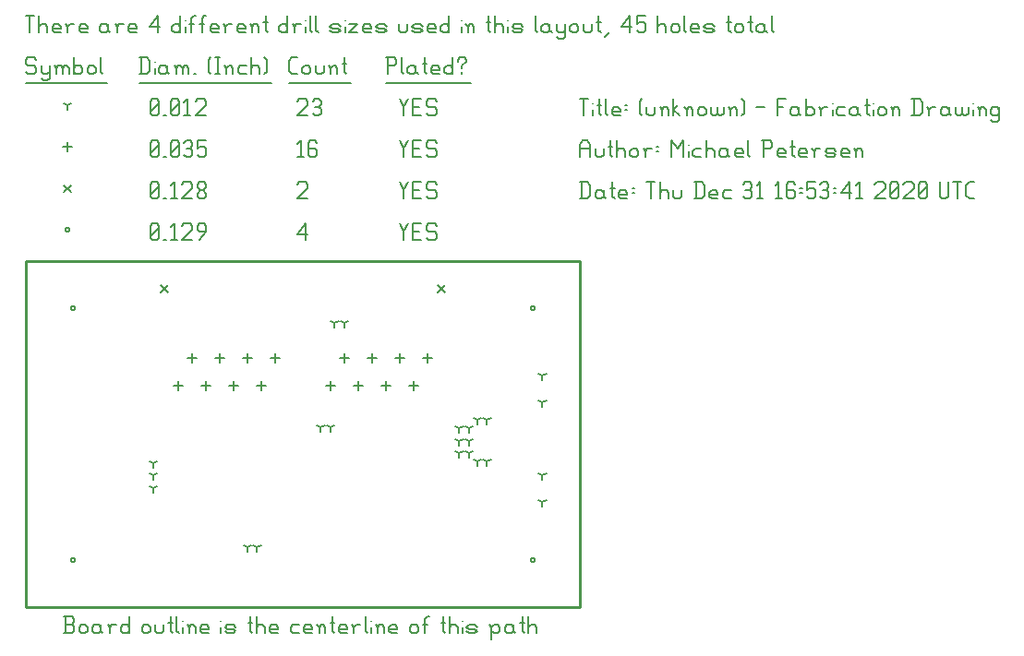
<source format=gbr>
G04 start of page 12 for group -3984 idx -3984 *
G04 Title: (unknown), fab *
G04 Creator: pcb 4.0.2 *
G04 CreationDate: Thu Dec 31 16:53:41 2020 UTC *
G04 For: petersen *
G04 Format: Gerber/RS-274X *
G04 PCB-Dimensions (mil): 2000.00 1250.00 *
G04 PCB-Coordinate-Origin: lower left *
%MOIN*%
%FSLAX25Y25*%
%LNFAB*%
%ADD51C,0.0100*%
%ADD50C,0.0075*%
%ADD49C,0.0060*%
%ADD48R,0.0080X0.0080*%
G54D48*X182200Y108000D02*G75*G03X183800Y108000I800J0D01*G01*
G75*G03X182200Y108000I-800J0D01*G01*
X16200Y17000D02*G75*G03X17800Y17000I800J0D01*G01*
G75*G03X16200Y17000I-800J0D01*G01*
Y108000D02*G75*G03X17800Y108000I800J0D01*G01*
G75*G03X16200Y108000I-800J0D01*G01*
X182200Y17000D02*G75*G03X183800Y17000I800J0D01*G01*
G75*G03X182200Y17000I-800J0D01*G01*
X14200Y136250D02*G75*G03X15800Y136250I800J0D01*G01*
G75*G03X14200Y136250I-800J0D01*G01*
G54D49*X135000Y138500D02*X136500Y135500D01*
X138000Y138500D01*
X136500Y135500D02*Y132500D01*
X139800Y135800D02*X142050D01*
X139800Y132500D02*X142800D01*
X139800Y138500D02*Y132500D01*
Y138500D02*X142800D01*
X147600D02*X148350Y137750D01*
X145350Y138500D02*X147600D01*
X144600Y137750D02*X145350Y138500D01*
X144600Y137750D02*Y136250D01*
X145350Y135500D01*
X147600D01*
X148350Y134750D01*
Y133250D01*
X147600Y132500D02*X148350Y133250D01*
X145350Y132500D02*X147600D01*
X144600Y133250D02*X145350Y132500D01*
X98000Y134750D02*X101000Y138500D01*
X98000Y134750D02*X101750D01*
X101000Y138500D02*Y132500D01*
X45000Y133250D02*X45750Y132500D01*
X45000Y137750D02*Y133250D01*
Y137750D02*X45750Y138500D01*
X47250D01*
X48000Y137750D01*
Y133250D01*
X47250Y132500D02*X48000Y133250D01*
X45750Y132500D02*X47250D01*
X45000Y134000D02*X48000Y137000D01*
X49800Y132500D02*X50550D01*
X52350Y137300D02*X53550Y138500D01*
Y132500D01*
X52350D02*X54600D01*
X56400Y137750D02*X57150Y138500D01*
X59400D01*
X60150Y137750D01*
Y136250D01*
X56400Y132500D02*X60150Y136250D01*
X56400Y132500D02*X60150D01*
X62700D02*X64950Y135500D01*
Y137750D02*Y135500D01*
X64200Y138500D02*X64950Y137750D01*
X62700Y138500D02*X64200D01*
X61950Y137750D02*X62700Y138500D01*
X61950Y137750D02*Y136250D01*
X62700Y135500D01*
X64950D01*
X148800Y116200D02*X151200Y113800D01*
X148800D02*X151200Y116200D01*
X48800D02*X51200Y113800D01*
X48800D02*X51200Y116200D01*
X13800Y152450D02*X16200Y150050D01*
X13800D02*X16200Y152450D01*
X135000Y153500D02*X136500Y150500D01*
X138000Y153500D01*
X136500Y150500D02*Y147500D01*
X139800Y150800D02*X142050D01*
X139800Y147500D02*X142800D01*
X139800Y153500D02*Y147500D01*
Y153500D02*X142800D01*
X147600D02*X148350Y152750D01*
X145350Y153500D02*X147600D01*
X144600Y152750D02*X145350Y153500D01*
X144600Y152750D02*Y151250D01*
X145350Y150500D01*
X147600D01*
X148350Y149750D01*
Y148250D01*
X147600Y147500D02*X148350Y148250D01*
X145350Y147500D02*X147600D01*
X144600Y148250D02*X145350Y147500D01*
X98000Y152750D02*X98750Y153500D01*
X101000D01*
X101750Y152750D01*
Y151250D01*
X98000Y147500D02*X101750Y151250D01*
X98000Y147500D02*X101750D01*
X45000Y148250D02*X45750Y147500D01*
X45000Y152750D02*Y148250D01*
Y152750D02*X45750Y153500D01*
X47250D01*
X48000Y152750D01*
Y148250D01*
X47250Y147500D02*X48000Y148250D01*
X45750Y147500D02*X47250D01*
X45000Y149000D02*X48000Y152000D01*
X49800Y147500D02*X50550D01*
X52350Y152300D02*X53550Y153500D01*
Y147500D01*
X52350D02*X54600D01*
X56400Y152750D02*X57150Y153500D01*
X59400D01*
X60150Y152750D01*
Y151250D01*
X56400Y147500D02*X60150Y151250D01*
X56400Y147500D02*X60150D01*
X61950Y148250D02*X62700Y147500D01*
X61950Y149450D02*Y148250D01*
Y149450D02*X63000Y150500D01*
X63900D01*
X64950Y149450D01*
Y148250D01*
X64200Y147500D02*X64950Y148250D01*
X62700Y147500D02*X64200D01*
X61950Y151550D02*X63000Y150500D01*
X61950Y152750D02*Y151550D01*
Y152750D02*X62700Y153500D01*
X64200D01*
X64950Y152750D01*
Y151550D01*
X63900Y150500D02*X64950Y151550D01*
X145000Y91600D02*Y88400D01*
X143400Y90000D02*X146600D01*
X140000Y81600D02*Y78400D01*
X138400Y80000D02*X141600D01*
X135000Y91600D02*Y88400D01*
X133400Y90000D02*X136600D01*
X130000Y81600D02*Y78400D01*
X128400Y80000D02*X131600D01*
X125000Y91600D02*Y88400D01*
X123400Y90000D02*X126600D01*
X120000Y81600D02*Y78400D01*
X118400Y80000D02*X121600D01*
X115000Y91600D02*Y88400D01*
X113400Y90000D02*X116600D01*
X110000Y81600D02*Y78400D01*
X108400Y80000D02*X111600D01*
X90000Y91600D02*Y88400D01*
X88400Y90000D02*X91600D01*
X85000Y81600D02*Y78400D01*
X83400Y80000D02*X86600D01*
X80000Y91600D02*Y88400D01*
X78400Y90000D02*X81600D01*
X75000Y81600D02*Y78400D01*
X73400Y80000D02*X76600D01*
X70000Y91600D02*Y88400D01*
X68400Y90000D02*X71600D01*
X65000Y81600D02*Y78400D01*
X63400Y80000D02*X66600D01*
X60000Y91600D02*Y88400D01*
X58400Y90000D02*X61600D01*
X55000Y81600D02*Y78400D01*
X53400Y80000D02*X56600D01*
X15000Y167850D02*Y164650D01*
X13400Y166250D02*X16600D01*
X135000Y168500D02*X136500Y165500D01*
X138000Y168500D01*
X136500Y165500D02*Y162500D01*
X139800Y165800D02*X142050D01*
X139800Y162500D02*X142800D01*
X139800Y168500D02*Y162500D01*
Y168500D02*X142800D01*
X147600D02*X148350Y167750D01*
X145350Y168500D02*X147600D01*
X144600Y167750D02*X145350Y168500D01*
X144600Y167750D02*Y166250D01*
X145350Y165500D01*
X147600D01*
X148350Y164750D01*
Y163250D01*
X147600Y162500D02*X148350Y163250D01*
X145350Y162500D02*X147600D01*
X144600Y163250D02*X145350Y162500D01*
X98000Y167300D02*X99200Y168500D01*
Y162500D01*
X98000D02*X100250D01*
X104300Y168500D02*X105050Y167750D01*
X102800Y168500D02*X104300D01*
X102050Y167750D02*X102800Y168500D01*
X102050Y167750D02*Y163250D01*
X102800Y162500D01*
X104300Y165800D02*X105050Y165050D01*
X102050Y165800D02*X104300D01*
X102800Y162500D02*X104300D01*
X105050Y163250D01*
Y165050D02*Y163250D01*
X45000D02*X45750Y162500D01*
X45000Y167750D02*Y163250D01*
Y167750D02*X45750Y168500D01*
X47250D01*
X48000Y167750D01*
Y163250D01*
X47250Y162500D02*X48000Y163250D01*
X45750Y162500D02*X47250D01*
X45000Y164000D02*X48000Y167000D01*
X49800Y162500D02*X50550D01*
X52350Y163250D02*X53100Y162500D01*
X52350Y167750D02*Y163250D01*
Y167750D02*X53100Y168500D01*
X54600D01*
X55350Y167750D01*
Y163250D01*
X54600Y162500D02*X55350Y163250D01*
X53100Y162500D02*X54600D01*
X52350Y164000D02*X55350Y167000D01*
X57150Y167750D02*X57900Y168500D01*
X59400D01*
X60150Y167750D01*
X59400Y162500D02*X60150Y163250D01*
X57900Y162500D02*X59400D01*
X57150Y163250D02*X57900Y162500D01*
Y165800D02*X59400D01*
X60150Y167750D02*Y166550D01*
Y165050D02*Y163250D01*
Y165050D02*X59400Y165800D01*
X60150Y166550D02*X59400Y165800D01*
X61950Y168500D02*X64950D01*
X61950D02*Y165500D01*
X62700Y166250D01*
X64200D01*
X64950Y165500D01*
Y163250D01*
X64200Y162500D02*X64950Y163250D01*
X62700Y162500D02*X64200D01*
X61950Y163250D02*X62700Y162500D01*
X115000Y102500D02*Y100900D01*
Y102500D02*X116387Y103300D01*
X115000Y102500D02*X113613Y103300D01*
X111500Y102500D02*Y100900D01*
Y102500D02*X112887Y103300D01*
X111500Y102500D02*X110113Y103300D01*
X110000Y65000D02*Y63400D01*
Y65000D02*X111387Y65800D01*
X110000Y65000D02*X108613Y65800D01*
X106500Y65000D02*Y63400D01*
Y65000D02*X107887Y65800D01*
X106500Y65000D02*X105113Y65800D01*
X83500Y21500D02*Y19900D01*
Y21500D02*X84887Y22300D01*
X83500Y21500D02*X82113Y22300D01*
X80000Y21500D02*Y19900D01*
Y21500D02*X81387Y22300D01*
X80000Y21500D02*X78613Y22300D01*
X46000Y52000D02*Y50400D01*
Y52000D02*X47387Y52800D01*
X46000Y52000D02*X44613Y52800D01*
X46000Y47500D02*Y45900D01*
Y47500D02*X47387Y48300D01*
X46000Y47500D02*X44613Y48300D01*
X46000Y43000D02*Y41400D01*
Y43000D02*X47387Y43800D01*
X46000Y43000D02*X44613Y43800D01*
X160000Y64500D02*Y62900D01*
Y64500D02*X161387Y65300D01*
X160000Y64500D02*X158613Y65300D01*
X160000Y60000D02*Y58400D01*
Y60000D02*X161387Y60800D01*
X160000Y60000D02*X158613Y60800D01*
X160000Y55500D02*Y53900D01*
Y55500D02*X161387Y56300D01*
X160000Y55500D02*X158613Y56300D01*
X156500Y64500D02*Y62900D01*
Y64500D02*X157887Y65300D01*
X156500Y64500D02*X155113Y65300D01*
X156500Y60000D02*Y58400D01*
Y60000D02*X157887Y60800D01*
X156500Y60000D02*X155113Y60800D01*
X156500Y55500D02*Y53900D01*
Y55500D02*X157887Y56300D01*
X156500Y55500D02*X155113Y56300D01*
X166500Y67500D02*Y65900D01*
Y67500D02*X167887Y68300D01*
X166500Y67500D02*X165113Y68300D01*
X163000Y67500D02*Y65900D01*
Y67500D02*X164387Y68300D01*
X163000Y67500D02*X161613Y68300D01*
X166500Y52500D02*Y50900D01*
Y52500D02*X167887Y53300D01*
X166500Y52500D02*X165113Y53300D01*
X163000Y52500D02*Y50900D01*
Y52500D02*X164387Y53300D01*
X163000Y52500D02*X161613Y53300D01*
X186500Y38000D02*Y36400D01*
Y38000D02*X187887Y38800D01*
X186500Y38000D02*X185113Y38800D01*
X186500Y47500D02*Y45900D01*
Y47500D02*X187887Y48300D01*
X186500Y47500D02*X185113Y48300D01*
X186500Y74000D02*Y72400D01*
Y74000D02*X187887Y74800D01*
X186500Y74000D02*X185113Y74800D01*
X186500Y83500D02*Y81900D01*
Y83500D02*X187887Y84300D01*
X186500Y83500D02*X185113Y84300D01*
X15000Y181250D02*Y179650D01*
Y181250D02*X16387Y182050D01*
X15000Y181250D02*X13613Y182050D01*
X135000Y183500D02*X136500Y180500D01*
X138000Y183500D01*
X136500Y180500D02*Y177500D01*
X139800Y180800D02*X142050D01*
X139800Y177500D02*X142800D01*
X139800Y183500D02*Y177500D01*
Y183500D02*X142800D01*
X147600D02*X148350Y182750D01*
X145350Y183500D02*X147600D01*
X144600Y182750D02*X145350Y183500D01*
X144600Y182750D02*Y181250D01*
X145350Y180500D01*
X147600D01*
X148350Y179750D01*
Y178250D01*
X147600Y177500D02*X148350Y178250D01*
X145350Y177500D02*X147600D01*
X144600Y178250D02*X145350Y177500D01*
X98000Y182750D02*X98750Y183500D01*
X101000D01*
X101750Y182750D01*
Y181250D01*
X98000Y177500D02*X101750Y181250D01*
X98000Y177500D02*X101750D01*
X103550Y182750D02*X104300Y183500D01*
X105800D01*
X106550Y182750D01*
X105800Y177500D02*X106550Y178250D01*
X104300Y177500D02*X105800D01*
X103550Y178250D02*X104300Y177500D01*
Y180800D02*X105800D01*
X106550Y182750D02*Y181550D01*
Y180050D02*Y178250D01*
Y180050D02*X105800Y180800D01*
X106550Y181550D02*X105800Y180800D01*
X45000Y178250D02*X45750Y177500D01*
X45000Y182750D02*Y178250D01*
Y182750D02*X45750Y183500D01*
X47250D01*
X48000Y182750D01*
Y178250D01*
X47250Y177500D02*X48000Y178250D01*
X45750Y177500D02*X47250D01*
X45000Y179000D02*X48000Y182000D01*
X49800Y177500D02*X50550D01*
X52350Y178250D02*X53100Y177500D01*
X52350Y182750D02*Y178250D01*
Y182750D02*X53100Y183500D01*
X54600D01*
X55350Y182750D01*
Y178250D01*
X54600Y177500D02*X55350Y178250D01*
X53100Y177500D02*X54600D01*
X52350Y179000D02*X55350Y182000D01*
X57150Y182300D02*X58350Y183500D01*
Y177500D01*
X57150D02*X59400D01*
X61200Y182750D02*X61950Y183500D01*
X64200D01*
X64950Y182750D01*
Y181250D01*
X61200Y177500D02*X64950Y181250D01*
X61200Y177500D02*X64950D01*
X3000Y198500D02*X3750Y197750D01*
X750Y198500D02*X3000D01*
X0Y197750D02*X750Y198500D01*
X0Y197750D02*Y196250D01*
X750Y195500D01*
X3000D01*
X3750Y194750D01*
Y193250D01*
X3000Y192500D02*X3750Y193250D01*
X750Y192500D02*X3000D01*
X0Y193250D02*X750Y192500D01*
X5550Y195500D02*Y193250D01*
X6300Y192500D01*
X8550Y195500D02*Y191000D01*
X7800Y190250D02*X8550Y191000D01*
X6300Y190250D02*X7800D01*
X5550Y191000D02*X6300Y190250D01*
Y192500D02*X7800D01*
X8550Y193250D01*
X11100Y194750D02*Y192500D01*
Y194750D02*X11850Y195500D01*
X12600D01*
X13350Y194750D01*
Y192500D01*
Y194750D02*X14100Y195500D01*
X14850D01*
X15600Y194750D01*
Y192500D01*
X10350Y195500D02*X11100Y194750D01*
X17400Y198500D02*Y192500D01*
Y193250D02*X18150Y192500D01*
X19650D01*
X20400Y193250D01*
Y194750D02*Y193250D01*
X19650Y195500D02*X20400Y194750D01*
X18150Y195500D02*X19650D01*
X17400Y194750D02*X18150Y195500D01*
X22200Y194750D02*Y193250D01*
Y194750D02*X22950Y195500D01*
X24450D01*
X25200Y194750D01*
Y193250D01*
X24450Y192500D02*X25200Y193250D01*
X22950Y192500D02*X24450D01*
X22200Y193250D02*X22950Y192500D01*
X27000Y198500D02*Y193250D01*
X27750Y192500D01*
X0Y189250D02*X29250D01*
X41750Y198500D02*Y192500D01*
X43700Y198500D02*X44750Y197450D01*
Y193550D01*
X43700Y192500D02*X44750Y193550D01*
X41000Y192500D02*X43700D01*
X41000Y198500D02*X43700D01*
G54D50*X46550Y197000D02*Y196850D01*
G54D49*Y194750D02*Y192500D01*
X50300Y195500D02*X51050Y194750D01*
X48800Y195500D02*X50300D01*
X48050Y194750D02*X48800Y195500D01*
X48050Y194750D02*Y193250D01*
X48800Y192500D01*
X51050Y195500D02*Y193250D01*
X51800Y192500D01*
X48800D02*X50300D01*
X51050Y193250D01*
X54350Y194750D02*Y192500D01*
Y194750D02*X55100Y195500D01*
X55850D01*
X56600Y194750D01*
Y192500D01*
Y194750D02*X57350Y195500D01*
X58100D01*
X58850Y194750D01*
Y192500D01*
X53600Y195500D02*X54350Y194750D01*
X60650Y192500D02*X61400D01*
X65900Y193250D02*X66650Y192500D01*
X65900Y197750D02*X66650Y198500D01*
X65900Y197750D02*Y193250D01*
X68450Y198500D02*X69950D01*
X69200D02*Y192500D01*
X68450D02*X69950D01*
X72500Y194750D02*Y192500D01*
Y194750D02*X73250Y195500D01*
X74000D01*
X74750Y194750D01*
Y192500D01*
X71750Y195500D02*X72500Y194750D01*
X77300Y195500D02*X79550D01*
X76550Y194750D02*X77300Y195500D01*
X76550Y194750D02*Y193250D01*
X77300Y192500D01*
X79550D01*
X81350Y198500D02*Y192500D01*
Y194750D02*X82100Y195500D01*
X83600D01*
X84350Y194750D01*
Y192500D01*
X86150Y198500D02*X86900Y197750D01*
Y193250D01*
X86150Y192500D02*X86900Y193250D01*
X41000Y189250D02*X88700D01*
X96050Y192500D02*X98000D01*
X95000Y193550D02*X96050Y192500D01*
X95000Y197450D02*Y193550D01*
Y197450D02*X96050Y198500D01*
X98000D01*
X99800Y194750D02*Y193250D01*
Y194750D02*X100550Y195500D01*
X102050D01*
X102800Y194750D01*
Y193250D01*
X102050Y192500D02*X102800Y193250D01*
X100550Y192500D02*X102050D01*
X99800Y193250D02*X100550Y192500D01*
X104600Y195500D02*Y193250D01*
X105350Y192500D01*
X106850D01*
X107600Y193250D01*
Y195500D02*Y193250D01*
X110150Y194750D02*Y192500D01*
Y194750D02*X110900Y195500D01*
X111650D01*
X112400Y194750D01*
Y192500D01*
X109400Y195500D02*X110150Y194750D01*
X114950Y198500D02*Y193250D01*
X115700Y192500D01*
X114200Y196250D02*X115700D01*
X95000Y189250D02*X117200D01*
X130750Y198500D02*Y192500D01*
X130000Y198500D02*X133000D01*
X133750Y197750D01*
Y196250D01*
X133000Y195500D02*X133750Y196250D01*
X130750Y195500D02*X133000D01*
X135550Y198500D02*Y193250D01*
X136300Y192500D01*
X140050Y195500D02*X140800Y194750D01*
X138550Y195500D02*X140050D01*
X137800Y194750D02*X138550Y195500D01*
X137800Y194750D02*Y193250D01*
X138550Y192500D01*
X140800Y195500D02*Y193250D01*
X141550Y192500D01*
X138550D02*X140050D01*
X140800Y193250D01*
X144100Y198500D02*Y193250D01*
X144850Y192500D01*
X143350Y196250D02*X144850D01*
X147100Y192500D02*X149350D01*
X146350Y193250D02*X147100Y192500D01*
X146350Y194750D02*Y193250D01*
Y194750D02*X147100Y195500D01*
X148600D01*
X149350Y194750D01*
X146350Y194000D02*X149350D01*
Y194750D02*Y194000D01*
X154150Y198500D02*Y192500D01*
X153400D02*X154150Y193250D01*
X151900Y192500D02*X153400D01*
X151150Y193250D02*X151900Y192500D01*
X151150Y194750D02*Y193250D01*
Y194750D02*X151900Y195500D01*
X153400D01*
X154150Y194750D01*
X157450Y195500D02*Y194750D01*
Y193250D02*Y192500D01*
X155950Y197750D02*Y197000D01*
Y197750D02*X156700Y198500D01*
X158200D01*
X158950Y197750D01*
Y197000D01*
X157450Y195500D02*X158950Y197000D01*
X130000Y189250D02*X160750D01*
X0Y213500D02*X3000D01*
X1500D02*Y207500D01*
X4800Y213500D02*Y207500D01*
Y209750D02*X5550Y210500D01*
X7050D01*
X7800Y209750D01*
Y207500D01*
X10350D02*X12600D01*
X9600Y208250D02*X10350Y207500D01*
X9600Y209750D02*Y208250D01*
Y209750D02*X10350Y210500D01*
X11850D01*
X12600Y209750D01*
X9600Y209000D02*X12600D01*
Y209750D02*Y209000D01*
X15150Y209750D02*Y207500D01*
Y209750D02*X15900Y210500D01*
X17400D01*
X14400D02*X15150Y209750D01*
X19950Y207500D02*X22200D01*
X19200Y208250D02*X19950Y207500D01*
X19200Y209750D02*Y208250D01*
Y209750D02*X19950Y210500D01*
X21450D01*
X22200Y209750D01*
X19200Y209000D02*X22200D01*
Y209750D02*Y209000D01*
X28950Y210500D02*X29700Y209750D01*
X27450Y210500D02*X28950D01*
X26700Y209750D02*X27450Y210500D01*
X26700Y209750D02*Y208250D01*
X27450Y207500D01*
X29700Y210500D02*Y208250D01*
X30450Y207500D01*
X27450D02*X28950D01*
X29700Y208250D01*
X33000Y209750D02*Y207500D01*
Y209750D02*X33750Y210500D01*
X35250D01*
X32250D02*X33000Y209750D01*
X37800Y207500D02*X40050D01*
X37050Y208250D02*X37800Y207500D01*
X37050Y209750D02*Y208250D01*
Y209750D02*X37800Y210500D01*
X39300D01*
X40050Y209750D01*
X37050Y209000D02*X40050D01*
Y209750D02*Y209000D01*
X44550Y209750D02*X47550Y213500D01*
X44550Y209750D02*X48300D01*
X47550Y213500D02*Y207500D01*
X55800Y213500D02*Y207500D01*
X55050D02*X55800Y208250D01*
X53550Y207500D02*X55050D01*
X52800Y208250D02*X53550Y207500D01*
X52800Y209750D02*Y208250D01*
Y209750D02*X53550Y210500D01*
X55050D01*
X55800Y209750D01*
G54D50*X57600Y212000D02*Y211850D01*
G54D49*Y209750D02*Y207500D01*
X59850Y212750D02*Y207500D01*
Y212750D02*X60600Y213500D01*
X61350D01*
X59100Y210500D02*X60600D01*
X63600Y212750D02*Y207500D01*
Y212750D02*X64350Y213500D01*
X65100D01*
X62850Y210500D02*X64350D01*
X67350Y207500D02*X69600D01*
X66600Y208250D02*X67350Y207500D01*
X66600Y209750D02*Y208250D01*
Y209750D02*X67350Y210500D01*
X68850D01*
X69600Y209750D01*
X66600Y209000D02*X69600D01*
Y209750D02*Y209000D01*
X72150Y209750D02*Y207500D01*
Y209750D02*X72900Y210500D01*
X74400D01*
X71400D02*X72150Y209750D01*
X76950Y207500D02*X79200D01*
X76200Y208250D02*X76950Y207500D01*
X76200Y209750D02*Y208250D01*
Y209750D02*X76950Y210500D01*
X78450D01*
X79200Y209750D01*
X76200Y209000D02*X79200D01*
Y209750D02*Y209000D01*
X81750Y209750D02*Y207500D01*
Y209750D02*X82500Y210500D01*
X83250D01*
X84000Y209750D01*
Y207500D01*
X81000Y210500D02*X81750Y209750D01*
X86550Y213500D02*Y208250D01*
X87300Y207500D01*
X85800Y211250D02*X87300D01*
X94500Y213500D02*Y207500D01*
X93750D02*X94500Y208250D01*
X92250Y207500D02*X93750D01*
X91500Y208250D02*X92250Y207500D01*
X91500Y209750D02*Y208250D01*
Y209750D02*X92250Y210500D01*
X93750D01*
X94500Y209750D01*
X97050D02*Y207500D01*
Y209750D02*X97800Y210500D01*
X99300D01*
X96300D02*X97050Y209750D01*
G54D50*X101100Y212000D02*Y211850D01*
G54D49*Y209750D02*Y207500D01*
X102600Y213500D02*Y208250D01*
X103350Y207500D01*
X104850Y213500D02*Y208250D01*
X105600Y207500D01*
X110550D02*X112800D01*
X113550Y208250D01*
X112800Y209000D02*X113550Y208250D01*
X110550Y209000D02*X112800D01*
X109800Y209750D02*X110550Y209000D01*
X109800Y209750D02*X110550Y210500D01*
X112800D01*
X113550Y209750D01*
X109800Y208250D02*X110550Y207500D01*
G54D50*X115350Y212000D02*Y211850D01*
G54D49*Y209750D02*Y207500D01*
X116850Y210500D02*X119850D01*
X116850Y207500D02*X119850Y210500D01*
X116850Y207500D02*X119850D01*
X122400D02*X124650D01*
X121650Y208250D02*X122400Y207500D01*
X121650Y209750D02*Y208250D01*
Y209750D02*X122400Y210500D01*
X123900D01*
X124650Y209750D01*
X121650Y209000D02*X124650D01*
Y209750D02*Y209000D01*
X127200Y207500D02*X129450D01*
X130200Y208250D01*
X129450Y209000D02*X130200Y208250D01*
X127200Y209000D02*X129450D01*
X126450Y209750D02*X127200Y209000D01*
X126450Y209750D02*X127200Y210500D01*
X129450D01*
X130200Y209750D01*
X126450Y208250D02*X127200Y207500D01*
X134700Y210500D02*Y208250D01*
X135450Y207500D01*
X136950D01*
X137700Y208250D01*
Y210500D02*Y208250D01*
X140250Y207500D02*X142500D01*
X143250Y208250D01*
X142500Y209000D02*X143250Y208250D01*
X140250Y209000D02*X142500D01*
X139500Y209750D02*X140250Y209000D01*
X139500Y209750D02*X140250Y210500D01*
X142500D01*
X143250Y209750D01*
X139500Y208250D02*X140250Y207500D01*
X145800D02*X148050D01*
X145050Y208250D02*X145800Y207500D01*
X145050Y209750D02*Y208250D01*
Y209750D02*X145800Y210500D01*
X147300D01*
X148050Y209750D01*
X145050Y209000D02*X148050D01*
Y209750D02*Y209000D01*
X152850Y213500D02*Y207500D01*
X152100D02*X152850Y208250D01*
X150600Y207500D02*X152100D01*
X149850Y208250D02*X150600Y207500D01*
X149850Y209750D02*Y208250D01*
Y209750D02*X150600Y210500D01*
X152100D01*
X152850Y209750D01*
G54D50*X157350Y212000D02*Y211850D01*
G54D49*Y209750D02*Y207500D01*
X159600Y209750D02*Y207500D01*
Y209750D02*X160350Y210500D01*
X161100D01*
X161850Y209750D01*
Y207500D01*
X158850Y210500D02*X159600Y209750D01*
X167100Y213500D02*Y208250D01*
X167850Y207500D01*
X166350Y211250D02*X167850D01*
X169350Y213500D02*Y207500D01*
Y209750D02*X170100Y210500D01*
X171600D01*
X172350Y209750D01*
Y207500D01*
G54D50*X174150Y212000D02*Y211850D01*
G54D49*Y209750D02*Y207500D01*
X176400D02*X178650D01*
X179400Y208250D01*
X178650Y209000D02*X179400Y208250D01*
X176400Y209000D02*X178650D01*
X175650Y209750D02*X176400Y209000D01*
X175650Y209750D02*X176400Y210500D01*
X178650D01*
X179400Y209750D01*
X175650Y208250D02*X176400Y207500D01*
X183900Y213500D02*Y208250D01*
X184650Y207500D01*
X188400Y210500D02*X189150Y209750D01*
X186900Y210500D02*X188400D01*
X186150Y209750D02*X186900Y210500D01*
X186150Y209750D02*Y208250D01*
X186900Y207500D01*
X189150Y210500D02*Y208250D01*
X189900Y207500D01*
X186900D02*X188400D01*
X189150Y208250D01*
X191700Y210500D02*Y208250D01*
X192450Y207500D01*
X194700Y210500D02*Y206000D01*
X193950Y205250D02*X194700Y206000D01*
X192450Y205250D02*X193950D01*
X191700Y206000D02*X192450Y205250D01*
Y207500D02*X193950D01*
X194700Y208250D01*
X196500Y209750D02*Y208250D01*
Y209750D02*X197250Y210500D01*
X198750D01*
X199500Y209750D01*
Y208250D01*
X198750Y207500D02*X199500Y208250D01*
X197250Y207500D02*X198750D01*
X196500Y208250D02*X197250Y207500D01*
X201300Y210500D02*Y208250D01*
X202050Y207500D01*
X203550D01*
X204300Y208250D01*
Y210500D02*Y208250D01*
X206850Y213500D02*Y208250D01*
X207600Y207500D01*
X206100Y211250D02*X207600D01*
X209100Y206000D02*X210600Y207500D01*
X215100Y209750D02*X218100Y213500D01*
X215100Y209750D02*X218850D01*
X218100Y213500D02*Y207500D01*
X220650Y213500D02*X223650D01*
X220650D02*Y210500D01*
X221400Y211250D01*
X222900D01*
X223650Y210500D01*
Y208250D01*
X222900Y207500D02*X223650Y208250D01*
X221400Y207500D02*X222900D01*
X220650Y208250D02*X221400Y207500D01*
X228150Y213500D02*Y207500D01*
Y209750D02*X228900Y210500D01*
X230400D01*
X231150Y209750D01*
Y207500D01*
X232950Y209750D02*Y208250D01*
Y209750D02*X233700Y210500D01*
X235200D01*
X235950Y209750D01*
Y208250D01*
X235200Y207500D02*X235950Y208250D01*
X233700Y207500D02*X235200D01*
X232950Y208250D02*X233700Y207500D01*
X237750Y213500D02*Y208250D01*
X238500Y207500D01*
X240750D02*X243000D01*
X240000Y208250D02*X240750Y207500D01*
X240000Y209750D02*Y208250D01*
Y209750D02*X240750Y210500D01*
X242250D01*
X243000Y209750D01*
X240000Y209000D02*X243000D01*
Y209750D02*Y209000D01*
X245550Y207500D02*X247800D01*
X248550Y208250D01*
X247800Y209000D02*X248550Y208250D01*
X245550Y209000D02*X247800D01*
X244800Y209750D02*X245550Y209000D01*
X244800Y209750D02*X245550Y210500D01*
X247800D01*
X248550Y209750D01*
X244800Y208250D02*X245550Y207500D01*
X253800Y213500D02*Y208250D01*
X254550Y207500D01*
X253050Y211250D02*X254550D01*
X256050Y209750D02*Y208250D01*
Y209750D02*X256800Y210500D01*
X258300D01*
X259050Y209750D01*
Y208250D01*
X258300Y207500D02*X259050Y208250D01*
X256800Y207500D02*X258300D01*
X256050Y208250D02*X256800Y207500D01*
X261600Y213500D02*Y208250D01*
X262350Y207500D01*
X260850Y211250D02*X262350D01*
X266100Y210500D02*X266850Y209750D01*
X264600Y210500D02*X266100D01*
X263850Y209750D02*X264600Y210500D01*
X263850Y209750D02*Y208250D01*
X264600Y207500D01*
X266850Y210500D02*Y208250D01*
X267600Y207500D01*
X264600D02*X266100D01*
X266850Y208250D01*
X269400Y213500D02*Y208250D01*
X270150Y207500D01*
G54D51*X0Y125000D02*X180000D01*
X179500D02*X200000D01*
X0D02*Y0D01*
X200000D01*
Y125000D01*
G54D49*X13675Y-9500D02*X16675D01*
X17425Y-8750D01*
Y-6950D02*Y-8750D01*
X16675Y-6200D02*X17425Y-6950D01*
X14425Y-6200D02*X16675D01*
X14425Y-3500D02*Y-9500D01*
X13675Y-3500D02*X16675D01*
X17425Y-4250D01*
Y-5450D01*
X16675Y-6200D02*X17425Y-5450D01*
X19225Y-7250D02*Y-8750D01*
Y-7250D02*X19975Y-6500D01*
X21475D01*
X22225Y-7250D01*
Y-8750D01*
X21475Y-9500D02*X22225Y-8750D01*
X19975Y-9500D02*X21475D01*
X19225Y-8750D02*X19975Y-9500D01*
X26275Y-6500D02*X27025Y-7250D01*
X24775Y-6500D02*X26275D01*
X24025Y-7250D02*X24775Y-6500D01*
X24025Y-7250D02*Y-8750D01*
X24775Y-9500D01*
X27025Y-6500D02*Y-8750D01*
X27775Y-9500D01*
X24775D02*X26275D01*
X27025Y-8750D01*
X30325Y-7250D02*Y-9500D01*
Y-7250D02*X31075Y-6500D01*
X32575D01*
X29575D02*X30325Y-7250D01*
X37375Y-3500D02*Y-9500D01*
X36625D02*X37375Y-8750D01*
X35125Y-9500D02*X36625D01*
X34375Y-8750D02*X35125Y-9500D01*
X34375Y-7250D02*Y-8750D01*
Y-7250D02*X35125Y-6500D01*
X36625D01*
X37375Y-7250D01*
X41875D02*Y-8750D01*
Y-7250D02*X42625Y-6500D01*
X44125D01*
X44875Y-7250D01*
Y-8750D01*
X44125Y-9500D02*X44875Y-8750D01*
X42625Y-9500D02*X44125D01*
X41875Y-8750D02*X42625Y-9500D01*
X46675Y-6500D02*Y-8750D01*
X47425Y-9500D01*
X48925D01*
X49675Y-8750D01*
Y-6500D02*Y-8750D01*
X52225Y-3500D02*Y-8750D01*
X52975Y-9500D01*
X51475Y-5750D02*X52975D01*
X54475Y-3500D02*Y-8750D01*
X55225Y-9500D01*
G54D50*X56725Y-5000D02*Y-5150D01*
G54D49*Y-7250D02*Y-9500D01*
X58975Y-7250D02*Y-9500D01*
Y-7250D02*X59725Y-6500D01*
X60475D01*
X61225Y-7250D01*
Y-9500D01*
X58225Y-6500D02*X58975Y-7250D01*
X63775Y-9500D02*X66025D01*
X63025Y-8750D02*X63775Y-9500D01*
X63025Y-7250D02*Y-8750D01*
Y-7250D02*X63775Y-6500D01*
X65275D01*
X66025Y-7250D01*
X63025Y-8000D02*X66025D01*
Y-7250D02*Y-8000D01*
G54D50*X70525Y-5000D02*Y-5150D01*
G54D49*Y-7250D02*Y-9500D01*
X72775D02*X75025D01*
X75775Y-8750D01*
X75025Y-8000D02*X75775Y-8750D01*
X72775Y-8000D02*X75025D01*
X72025Y-7250D02*X72775Y-8000D01*
X72025Y-7250D02*X72775Y-6500D01*
X75025D01*
X75775Y-7250D01*
X72025Y-8750D02*X72775Y-9500D01*
X81025Y-3500D02*Y-8750D01*
X81775Y-9500D01*
X80275Y-5750D02*X81775D01*
X83275Y-3500D02*Y-9500D01*
Y-7250D02*X84025Y-6500D01*
X85525D01*
X86275Y-7250D01*
Y-9500D01*
X88825D02*X91075D01*
X88075Y-8750D02*X88825Y-9500D01*
X88075Y-7250D02*Y-8750D01*
Y-7250D02*X88825Y-6500D01*
X90325D01*
X91075Y-7250D01*
X88075Y-8000D02*X91075D01*
Y-7250D02*Y-8000D01*
X96325Y-6500D02*X98575D01*
X95575Y-7250D02*X96325Y-6500D01*
X95575Y-7250D02*Y-8750D01*
X96325Y-9500D01*
X98575D01*
X101125D02*X103375D01*
X100375Y-8750D02*X101125Y-9500D01*
X100375Y-7250D02*Y-8750D01*
Y-7250D02*X101125Y-6500D01*
X102625D01*
X103375Y-7250D01*
X100375Y-8000D02*X103375D01*
Y-7250D02*Y-8000D01*
X105925Y-7250D02*Y-9500D01*
Y-7250D02*X106675Y-6500D01*
X107425D01*
X108175Y-7250D01*
Y-9500D01*
X105175Y-6500D02*X105925Y-7250D01*
X110725Y-3500D02*Y-8750D01*
X111475Y-9500D01*
X109975Y-5750D02*X111475D01*
X113725Y-9500D02*X115975D01*
X112975Y-8750D02*X113725Y-9500D01*
X112975Y-7250D02*Y-8750D01*
Y-7250D02*X113725Y-6500D01*
X115225D01*
X115975Y-7250D01*
X112975Y-8000D02*X115975D01*
Y-7250D02*Y-8000D01*
X118525Y-7250D02*Y-9500D01*
Y-7250D02*X119275Y-6500D01*
X120775D01*
X117775D02*X118525Y-7250D01*
X122575Y-3500D02*Y-8750D01*
X123325Y-9500D01*
G54D50*X124825Y-5000D02*Y-5150D01*
G54D49*Y-7250D02*Y-9500D01*
X127075Y-7250D02*Y-9500D01*
Y-7250D02*X127825Y-6500D01*
X128575D01*
X129325Y-7250D01*
Y-9500D01*
X126325Y-6500D02*X127075Y-7250D01*
X131875Y-9500D02*X134125D01*
X131125Y-8750D02*X131875Y-9500D01*
X131125Y-7250D02*Y-8750D01*
Y-7250D02*X131875Y-6500D01*
X133375D01*
X134125Y-7250D01*
X131125Y-8000D02*X134125D01*
Y-7250D02*Y-8000D01*
X138625Y-7250D02*Y-8750D01*
Y-7250D02*X139375Y-6500D01*
X140875D01*
X141625Y-7250D01*
Y-8750D01*
X140875Y-9500D02*X141625Y-8750D01*
X139375Y-9500D02*X140875D01*
X138625Y-8750D02*X139375Y-9500D01*
X144175Y-4250D02*Y-9500D01*
Y-4250D02*X144925Y-3500D01*
X145675D01*
X143425Y-6500D02*X144925D01*
X150625Y-3500D02*Y-8750D01*
X151375Y-9500D01*
X149875Y-5750D02*X151375D01*
X152875Y-3500D02*Y-9500D01*
Y-7250D02*X153625Y-6500D01*
X155125D01*
X155875Y-7250D01*
Y-9500D01*
G54D50*X157675Y-5000D02*Y-5150D01*
G54D49*Y-7250D02*Y-9500D01*
X159925D02*X162175D01*
X162925Y-8750D01*
X162175Y-8000D02*X162925Y-8750D01*
X159925Y-8000D02*X162175D01*
X159175Y-7250D02*X159925Y-8000D01*
X159175Y-7250D02*X159925Y-6500D01*
X162175D01*
X162925Y-7250D01*
X159175Y-8750D02*X159925Y-9500D01*
X168175Y-7250D02*Y-11750D01*
X167425Y-6500D02*X168175Y-7250D01*
X168925Y-6500D01*
X170425D01*
X171175Y-7250D01*
Y-8750D01*
X170425Y-9500D02*X171175Y-8750D01*
X168925Y-9500D02*X170425D01*
X168175Y-8750D02*X168925Y-9500D01*
X175225Y-6500D02*X175975Y-7250D01*
X173725Y-6500D02*X175225D01*
X172975Y-7250D02*X173725Y-6500D01*
X172975Y-7250D02*Y-8750D01*
X173725Y-9500D01*
X175975Y-6500D02*Y-8750D01*
X176725Y-9500D01*
X173725D02*X175225D01*
X175975Y-8750D01*
X179275Y-3500D02*Y-8750D01*
X180025Y-9500D01*
X178525Y-5750D02*X180025D01*
X181525Y-3500D02*Y-9500D01*
Y-7250D02*X182275Y-6500D01*
X183775D01*
X184525Y-7250D01*
Y-9500D01*
X200750Y153500D02*Y147500D01*
X202700Y153500D02*X203750Y152450D01*
Y148550D01*
X202700Y147500D02*X203750Y148550D01*
X200000Y147500D02*X202700D01*
X200000Y153500D02*X202700D01*
X207800Y150500D02*X208550Y149750D01*
X206300Y150500D02*X207800D01*
X205550Y149750D02*X206300Y150500D01*
X205550Y149750D02*Y148250D01*
X206300Y147500D01*
X208550Y150500D02*Y148250D01*
X209300Y147500D01*
X206300D02*X207800D01*
X208550Y148250D01*
X211850Y153500D02*Y148250D01*
X212600Y147500D01*
X211100Y151250D02*X212600D01*
X214850Y147500D02*X217100D01*
X214100Y148250D02*X214850Y147500D01*
X214100Y149750D02*Y148250D01*
Y149750D02*X214850Y150500D01*
X216350D01*
X217100Y149750D01*
X214100Y149000D02*X217100D01*
Y149750D02*Y149000D01*
X218900Y151250D02*X219650D01*
X218900Y149750D02*X219650D01*
X224150Y153500D02*X227150D01*
X225650D02*Y147500D01*
X228950Y153500D02*Y147500D01*
Y149750D02*X229700Y150500D01*
X231200D01*
X231950Y149750D01*
Y147500D01*
X233750Y150500D02*Y148250D01*
X234500Y147500D01*
X236000D01*
X236750Y148250D01*
Y150500D02*Y148250D01*
X242000Y153500D02*Y147500D01*
X243950Y153500D02*X245000Y152450D01*
Y148550D01*
X243950Y147500D02*X245000Y148550D01*
X241250Y147500D02*X243950D01*
X241250Y153500D02*X243950D01*
X247550Y147500D02*X249800D01*
X246800Y148250D02*X247550Y147500D01*
X246800Y149750D02*Y148250D01*
Y149750D02*X247550Y150500D01*
X249050D01*
X249800Y149750D01*
X246800Y149000D02*X249800D01*
Y149750D02*Y149000D01*
X252350Y150500D02*X254600D01*
X251600Y149750D02*X252350Y150500D01*
X251600Y149750D02*Y148250D01*
X252350Y147500D01*
X254600D01*
X259100Y152750D02*X259850Y153500D01*
X261350D01*
X262100Y152750D01*
X261350Y147500D02*X262100Y148250D01*
X259850Y147500D02*X261350D01*
X259100Y148250D02*X259850Y147500D01*
Y150800D02*X261350D01*
X262100Y152750D02*Y151550D01*
Y150050D02*Y148250D01*
Y150050D02*X261350Y150800D01*
X262100Y151550D02*X261350Y150800D01*
X263900Y152300D02*X265100Y153500D01*
Y147500D01*
X263900D02*X266150D01*
X270650Y152300D02*X271850Y153500D01*
Y147500D01*
X270650D02*X272900D01*
X276950Y153500D02*X277700Y152750D01*
X275450Y153500D02*X276950D01*
X274700Y152750D02*X275450Y153500D01*
X274700Y152750D02*Y148250D01*
X275450Y147500D01*
X276950Y150800D02*X277700Y150050D01*
X274700Y150800D02*X276950D01*
X275450Y147500D02*X276950D01*
X277700Y148250D01*
Y150050D02*Y148250D01*
X279500Y151250D02*X280250D01*
X279500Y149750D02*X280250D01*
X282050Y153500D02*X285050D01*
X282050D02*Y150500D01*
X282800Y151250D01*
X284300D01*
X285050Y150500D01*
Y148250D01*
X284300Y147500D02*X285050Y148250D01*
X282800Y147500D02*X284300D01*
X282050Y148250D02*X282800Y147500D01*
X286850Y152750D02*X287600Y153500D01*
X289100D01*
X289850Y152750D01*
X289100Y147500D02*X289850Y148250D01*
X287600Y147500D02*X289100D01*
X286850Y148250D02*X287600Y147500D01*
Y150800D02*X289100D01*
X289850Y152750D02*Y151550D01*
Y150050D02*Y148250D01*
Y150050D02*X289100Y150800D01*
X289850Y151550D02*X289100Y150800D01*
X291650Y151250D02*X292400D01*
X291650Y149750D02*X292400D01*
X294200D02*X297200Y153500D01*
X294200Y149750D02*X297950D01*
X297200Y153500D02*Y147500D01*
X299750Y152300D02*X300950Y153500D01*
Y147500D01*
X299750D02*X302000D01*
X306500Y152750D02*X307250Y153500D01*
X309500D01*
X310250Y152750D01*
Y151250D01*
X306500Y147500D02*X310250Y151250D01*
X306500Y147500D02*X310250D01*
X312050Y148250D02*X312800Y147500D01*
X312050Y152750D02*Y148250D01*
Y152750D02*X312800Y153500D01*
X314300D01*
X315050Y152750D01*
Y148250D01*
X314300Y147500D02*X315050Y148250D01*
X312800Y147500D02*X314300D01*
X312050Y149000D02*X315050Y152000D01*
X316850Y152750D02*X317600Y153500D01*
X319850D01*
X320600Y152750D01*
Y151250D01*
X316850Y147500D02*X320600Y151250D01*
X316850Y147500D02*X320600D01*
X322400Y148250D02*X323150Y147500D01*
X322400Y152750D02*Y148250D01*
Y152750D02*X323150Y153500D01*
X324650D01*
X325400Y152750D01*
Y148250D01*
X324650Y147500D02*X325400Y148250D01*
X323150Y147500D02*X324650D01*
X322400Y149000D02*X325400Y152000D01*
X329900Y153500D02*Y148250D01*
X330650Y147500D01*
X332150D01*
X332900Y148250D01*
Y153500D02*Y148250D01*
X334700Y153500D02*X337700D01*
X336200D02*Y147500D01*
X340550D02*X342500D01*
X339500Y148550D02*X340550Y147500D01*
X339500Y152450D02*Y148550D01*
Y152450D02*X340550Y153500D01*
X342500D01*
X200000Y167000D02*Y162500D01*
Y167000D02*X201050Y168500D01*
X202700D01*
X203750Y167000D01*
Y162500D01*
X200000Y165500D02*X203750D01*
X205550D02*Y163250D01*
X206300Y162500D01*
X207800D01*
X208550Y163250D01*
Y165500D02*Y163250D01*
X211100Y168500D02*Y163250D01*
X211850Y162500D01*
X210350Y166250D02*X211850D01*
X213350Y168500D02*Y162500D01*
Y164750D02*X214100Y165500D01*
X215600D01*
X216350Y164750D01*
Y162500D01*
X218150Y164750D02*Y163250D01*
Y164750D02*X218900Y165500D01*
X220400D01*
X221150Y164750D01*
Y163250D01*
X220400Y162500D02*X221150Y163250D01*
X218900Y162500D02*X220400D01*
X218150Y163250D02*X218900Y162500D01*
X223700Y164750D02*Y162500D01*
Y164750D02*X224450Y165500D01*
X225950D01*
X222950D02*X223700Y164750D01*
X227750Y166250D02*X228500D01*
X227750Y164750D02*X228500D01*
X233000Y168500D02*Y162500D01*
Y168500D02*X235250Y165500D01*
X237500Y168500D01*
Y162500D01*
G54D50*X239300Y167000D02*Y166850D01*
G54D49*Y164750D02*Y162500D01*
X241550Y165500D02*X243800D01*
X240800Y164750D02*X241550Y165500D01*
X240800Y164750D02*Y163250D01*
X241550Y162500D01*
X243800D01*
X245600Y168500D02*Y162500D01*
Y164750D02*X246350Y165500D01*
X247850D01*
X248600Y164750D01*
Y162500D01*
X252650Y165500D02*X253400Y164750D01*
X251150Y165500D02*X252650D01*
X250400Y164750D02*X251150Y165500D01*
X250400Y164750D02*Y163250D01*
X251150Y162500D01*
X253400Y165500D02*Y163250D01*
X254150Y162500D01*
X251150D02*X252650D01*
X253400Y163250D01*
X256700Y162500D02*X258950D01*
X255950Y163250D02*X256700Y162500D01*
X255950Y164750D02*Y163250D01*
Y164750D02*X256700Y165500D01*
X258200D01*
X258950Y164750D01*
X255950Y164000D02*X258950D01*
Y164750D02*Y164000D01*
X260750Y168500D02*Y163250D01*
X261500Y162500D01*
X266450Y168500D02*Y162500D01*
X265700Y168500D02*X268700D01*
X269450Y167750D01*
Y166250D01*
X268700Y165500D02*X269450Y166250D01*
X266450Y165500D02*X268700D01*
X272000Y162500D02*X274250D01*
X271250Y163250D02*X272000Y162500D01*
X271250Y164750D02*Y163250D01*
Y164750D02*X272000Y165500D01*
X273500D01*
X274250Y164750D01*
X271250Y164000D02*X274250D01*
Y164750D02*Y164000D01*
X276800Y168500D02*Y163250D01*
X277550Y162500D01*
X276050Y166250D02*X277550D01*
X279800Y162500D02*X282050D01*
X279050Y163250D02*X279800Y162500D01*
X279050Y164750D02*Y163250D01*
Y164750D02*X279800Y165500D01*
X281300D01*
X282050Y164750D01*
X279050Y164000D02*X282050D01*
Y164750D02*Y164000D01*
X284600Y164750D02*Y162500D01*
Y164750D02*X285350Y165500D01*
X286850D01*
X283850D02*X284600Y164750D01*
X289400Y162500D02*X291650D01*
X292400Y163250D01*
X291650Y164000D02*X292400Y163250D01*
X289400Y164000D02*X291650D01*
X288650Y164750D02*X289400Y164000D01*
X288650Y164750D02*X289400Y165500D01*
X291650D01*
X292400Y164750D01*
X288650Y163250D02*X289400Y162500D01*
X294950D02*X297200D01*
X294200Y163250D02*X294950Y162500D01*
X294200Y164750D02*Y163250D01*
Y164750D02*X294950Y165500D01*
X296450D01*
X297200Y164750D01*
X294200Y164000D02*X297200D01*
Y164750D02*Y164000D01*
X299750Y164750D02*Y162500D01*
Y164750D02*X300500Y165500D01*
X301250D01*
X302000Y164750D01*
Y162500D01*
X299000Y165500D02*X299750Y164750D01*
X200000Y183500D02*X203000D01*
X201500D02*Y177500D01*
G54D50*X204800Y182000D02*Y181850D01*
G54D49*Y179750D02*Y177500D01*
X207050Y183500D02*Y178250D01*
X207800Y177500D01*
X206300Y181250D02*X207800D01*
X209300Y183500D02*Y178250D01*
X210050Y177500D01*
X212300D02*X214550D01*
X211550Y178250D02*X212300Y177500D01*
X211550Y179750D02*Y178250D01*
Y179750D02*X212300Y180500D01*
X213800D01*
X214550Y179750D01*
X211550Y179000D02*X214550D01*
Y179750D02*Y179000D01*
X216350Y181250D02*X217100D01*
X216350Y179750D02*X217100D01*
X221600Y178250D02*X222350Y177500D01*
X221600Y182750D02*X222350Y183500D01*
X221600Y182750D02*Y178250D01*
X224150Y180500D02*Y178250D01*
X224900Y177500D01*
X226400D01*
X227150Y178250D01*
Y180500D02*Y178250D01*
X229700Y179750D02*Y177500D01*
Y179750D02*X230450Y180500D01*
X231200D01*
X231950Y179750D01*
Y177500D01*
X228950Y180500D02*X229700Y179750D01*
X233750Y183500D02*Y177500D01*
Y179750D02*X236000Y177500D01*
X233750Y179750D02*X235250Y181250D01*
X238550Y179750D02*Y177500D01*
Y179750D02*X239300Y180500D01*
X240050D01*
X240800Y179750D01*
Y177500D01*
X237800Y180500D02*X238550Y179750D01*
X242600D02*Y178250D01*
Y179750D02*X243350Y180500D01*
X244850D01*
X245600Y179750D01*
Y178250D01*
X244850Y177500D02*X245600Y178250D01*
X243350Y177500D02*X244850D01*
X242600Y178250D02*X243350Y177500D01*
X247400Y180500D02*Y178250D01*
X248150Y177500D01*
X248900D01*
X249650Y178250D01*
Y180500D02*Y178250D01*
X250400Y177500D01*
X251150D01*
X251900Y178250D01*
Y180500D02*Y178250D01*
X254450Y179750D02*Y177500D01*
Y179750D02*X255200Y180500D01*
X255950D01*
X256700Y179750D01*
Y177500D01*
X253700Y180500D02*X254450Y179750D01*
X258500Y183500D02*X259250Y182750D01*
Y178250D01*
X258500Y177500D02*X259250Y178250D01*
X263750Y180500D02*X266750D01*
X271250Y183500D02*Y177500D01*
Y183500D02*X274250D01*
X271250Y180800D02*X273500D01*
X278300Y180500D02*X279050Y179750D01*
X276800Y180500D02*X278300D01*
X276050Y179750D02*X276800Y180500D01*
X276050Y179750D02*Y178250D01*
X276800Y177500D01*
X279050Y180500D02*Y178250D01*
X279800Y177500D01*
X276800D02*X278300D01*
X279050Y178250D01*
X281600Y183500D02*Y177500D01*
Y178250D02*X282350Y177500D01*
X283850D01*
X284600Y178250D01*
Y179750D02*Y178250D01*
X283850Y180500D02*X284600Y179750D01*
X282350Y180500D02*X283850D01*
X281600Y179750D02*X282350Y180500D01*
X287150Y179750D02*Y177500D01*
Y179750D02*X287900Y180500D01*
X289400D01*
X286400D02*X287150Y179750D01*
G54D50*X291200Y182000D02*Y181850D01*
G54D49*Y179750D02*Y177500D01*
X293450Y180500D02*X295700D01*
X292700Y179750D02*X293450Y180500D01*
X292700Y179750D02*Y178250D01*
X293450Y177500D01*
X295700D01*
X299750Y180500D02*X300500Y179750D01*
X298250Y180500D02*X299750D01*
X297500Y179750D02*X298250Y180500D01*
X297500Y179750D02*Y178250D01*
X298250Y177500D01*
X300500Y180500D02*Y178250D01*
X301250Y177500D01*
X298250D02*X299750D01*
X300500Y178250D01*
X303800Y183500D02*Y178250D01*
X304550Y177500D01*
X303050Y181250D02*X304550D01*
G54D50*X306050Y182000D02*Y181850D01*
G54D49*Y179750D02*Y177500D01*
X307550Y179750D02*Y178250D01*
Y179750D02*X308300Y180500D01*
X309800D01*
X310550Y179750D01*
Y178250D01*
X309800Y177500D02*X310550Y178250D01*
X308300Y177500D02*X309800D01*
X307550Y178250D02*X308300Y177500D01*
X313100Y179750D02*Y177500D01*
Y179750D02*X313850Y180500D01*
X314600D01*
X315350Y179750D01*
Y177500D01*
X312350Y180500D02*X313100Y179750D01*
X320600Y183500D02*Y177500D01*
X322550Y183500D02*X323600Y182450D01*
Y178550D01*
X322550Y177500D02*X323600Y178550D01*
X319850Y177500D02*X322550D01*
X319850Y183500D02*X322550D01*
X326150Y179750D02*Y177500D01*
Y179750D02*X326900Y180500D01*
X328400D01*
X325400D02*X326150Y179750D01*
X332450Y180500D02*X333200Y179750D01*
X330950Y180500D02*X332450D01*
X330200Y179750D02*X330950Y180500D01*
X330200Y179750D02*Y178250D01*
X330950Y177500D01*
X333200Y180500D02*Y178250D01*
X333950Y177500D01*
X330950D02*X332450D01*
X333200Y178250D01*
X335750Y180500D02*Y178250D01*
X336500Y177500D01*
X337250D01*
X338000Y178250D01*
Y180500D02*Y178250D01*
X338750Y177500D01*
X339500D01*
X340250Y178250D01*
Y180500D02*Y178250D01*
G54D50*X342050Y182000D02*Y181850D01*
G54D49*Y179750D02*Y177500D01*
X344300Y179750D02*Y177500D01*
Y179750D02*X345050Y180500D01*
X345800D01*
X346550Y179750D01*
Y177500D01*
X343550Y180500D02*X344300Y179750D01*
X350600Y180500D02*X351350Y179750D01*
X349100Y180500D02*X350600D01*
X348350Y179750D02*X349100Y180500D01*
X348350Y179750D02*Y178250D01*
X349100Y177500D01*
X350600D01*
X351350Y178250D01*
X348350Y176000D02*X349100Y175250D01*
X350600D01*
X351350Y176000D01*
Y180500D02*Y176000D01*
M02*

</source>
